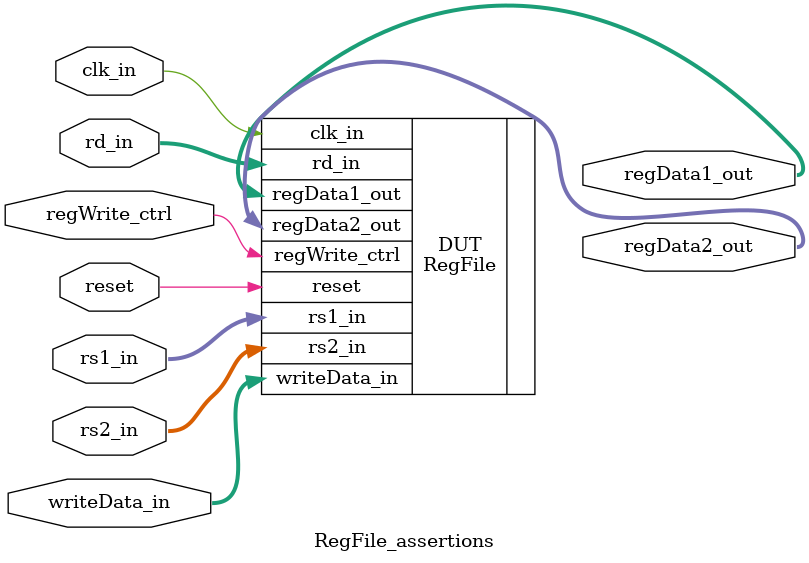
<source format=sv>
module RegFile_assertions #(
   parameter   DATA_WIDTH_POW = 6,                      // Using Powers as Parameter ensures width is a power of 2
   parameter   DATA_WIDTH = 1 << DATA_WIDTH_POW,
   
   parameter   GEN_REG_COUNT = 32                       // RISC-V only supports 32 General Purpose Registers
)(
   input    logic                     clk_in,
   input    logic                     reset,
   input    logic                     regWrite_ctrl,                   // Enable control to write into Register File
   input    logic [4:0]               rs1_in, rs2_in,                  // register numbers to read data from
   input    logic [4:0]               rd_in,                           // register number to write data to
   input    logic [DATA_WIDTH-1:0]    writeData_in,                    // data to be written into target register

   output   logic [DATA_WIDTH-1:0]    regData1_out, regData2_out       // data output of the two specified registers
);

   // Instantiate the DUT (Design Under Test)
   RegFile #(
      .DATA_WIDTH_POW(DATA_WIDTH_POW)
   ) DUT (
      .rs1_in(rs1_in),
      .rs2_in(rs2_in),
      .rd_in(rd_in),
      .writeData_in(writeData_in),
      .clk_in(clk_in),
      .regWrite_ctrl(regWrite_ctrl),
      .reset(reset),
      .regData1_out(regData1_out),
      .regData2_out(regData2_out)
   );
   
   logic [4:0]    rs1_in_d; // previous rs1 register
   logic [4:0]    rs2_in_d; // previous rs2 register
   logic [4:0]    rd_in_d; // prevous destination register
   logic [DATA_WIDTH-1:0]       writeData_in_d; // previous data to write
   logic [DATA_WIDTH-1:0]       data_read1_d; // previous data read from rs1
   logic [DATA_WIDTH-1:0]       data_read2_d; // previous data read from rs2
   
   logic                            bit_written; // goes high one cycle after a bit is written
   logic                            was_reset;
   
   initial begin
      
      bit_written  = 1'b0;
      rd_in_d      = '0;       // Initialize to zero
      rs1_in_d      = '0;       // Initialize to zero
      rs2_in_d      = '0;       // Initialize to zero
      writeData_in_d = '0;          // Initialize to zero
      data_read1_d = '0;         // Initialize to zero
      data_read2_d = '0;          // Initialize to zero
      was_reset = '0;            // Initialize to zero
      
   end
   
   always_ff @(posedge clk_in) begin
      assume(rs1_in < GEN_REG_COUNT); // Constrain register index
      assume(rs2_in < GEN_REG_COUNT); // Constrain register index
      assume(rd_in < GEN_REG_COUNT);  // Constrain write index
      
      assume(reset + regWrite_ctrl < 2);
      
      assume(regWrite_ctrl == 1'b0 || regWrite_ctrl == 1'b1);  // Ensure write enable is binary
   end

   // Saving delayed values
   always_ff @(posedge clk_in) begin
      rd_in_d <= rd_in; // delayed rd_in value
      rs1_in_d <= rs1_in; // delayed rs1_in value
      rs2_in_d <= rs2_in; //delayed rs2_in value
      data_read1_d <= regData1_out; // delayed rs1 out
      data_read2_d <= regData2_out; // delayed rs2 out
      
      if (reset) begin
         was_reset <= 1'b1;
      end else begin
         was_reset <= 1'b0;
      end
      
      if (regWrite_ctrl && (rd_in != 0)) begin
         writeData_in_d <= writeData_in; // delayed written value
         bit_written <= 1'b1;
      end else begin
         bit_written <= 1'b0;
      end
   end
   
   // Note: flatten conditions to avoid state explosioncle
   
   // read after write integrity check
   always_ff @(posedge clk_in) begin
      if (bit_written && (rd_in_d == rs1_in)) begin // bit was written and read reg is same as written reg
         assert(regData1_out == writeData_in_d);
      end
   end
   
   always_ff @(posedge clk_in) begin
      if (bit_written && (rd_in_d == rs2_in)) begin // bit was written and read reg is same as written reg
         assert(regData2_out == writeData_in_d);
      end
   end

   // check regWrite_ctrl low means rd register stays same after 
   
   always_ff @(posedge clk_in) begin
       if (!was_reset && !bit_written && (rs1_in_d == rd_in_d) && (rs1_in == rs1_in_d)) begin // no write and read reg is same as was not written reg
           assert(data_read1_d == regData1_out);
       end
   end
   
   always_ff @(posedge clk_in) begin
       if (!was_reset && !bit_written && (rs2_in_d == rd_in_d) && (rs2_in == rs2_in_d)) begin // no write and read reg is same was was not written reg
           assert(data_read2_d == regData2_out);
       end
   end
   
   // register zero behaviour
   always_ff @(posedge clk_in) begin
      if (rs1_in == 0) begin // read reg is 0
         assert (regData1_out == 0);
      end
   end
   
   always_ff @(posedge clk_in) begin
      if (rs2_in == 0) begin // read reg is 0
         assert (regData2_out == 0);
      end
   end
   
   // reset behaviour
   always_ff @(posedge clk_in) begin
      if (was_reset) begin
         assert (regData1_out == '0 && regData2_out == '0);
      end
   end

endmodule

</source>
